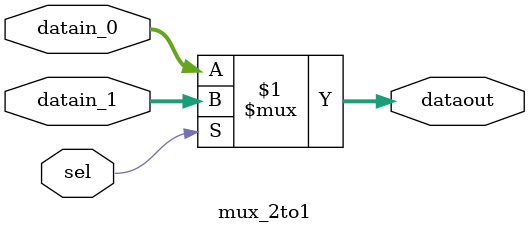
<source format=v>
module mux_2to1(
	input [31:0] datain_0,
	input [31:0] datain_1,
	input sel,
	output [31:0] dataout
);
	assign dataout = (sel)? datain_1 : datain_0; 
		
endmodule




</source>
